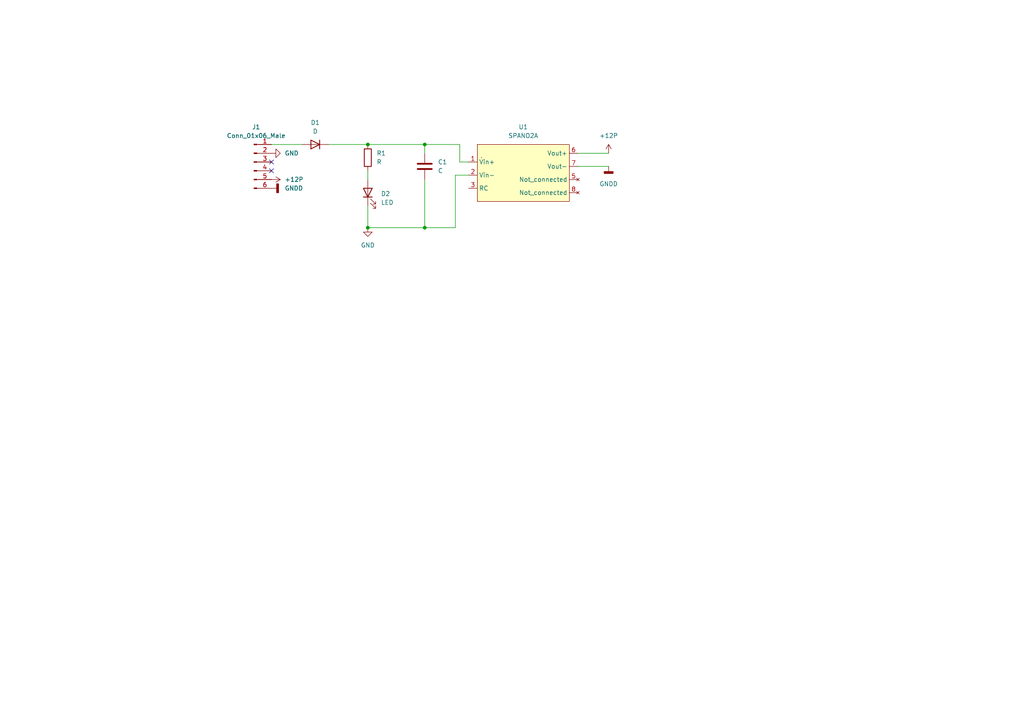
<source format=kicad_sch>
(kicad_sch (version 20211123) (generator eeschema)
  (paper "A4")
  (lib_symbols
    (symbol "Connector:Conn_01x06_Male" (pin_names (offset 1.016) hide)
      (property "Reference" "J" (at 0 7.62 0))
      (property "Value" "Conn_01x06_Male" (at 0 -10.16 0))
      (symbol "Conn_01x06_Male_1_1"
        (polyline (pts (xy 1.27 -7.62) (xy 0.8636 -7.62)) (stroke (width 0.1524)))
        (polyline (pts (xy 1.27 -5.08) (xy 0.8636 -5.08)) (stroke (width 0.1524)))
        (polyline (pts (xy 1.27 -2.54) (xy 0.8636 -2.54)) (stroke (width 0.1524)))
        (polyline (pts (xy 1.27 0) (xy 0.8636 0)) (stroke (width 0.1524)))
        (polyline (pts (xy 1.27 2.54) (xy 0.8636 2.54)) (stroke (width 0.1524)))
        (polyline (pts (xy 1.27 5.08) (xy 0.8636 5.08)) (stroke (width 0.1524)))
        (rectangle (start 0.8636 -7.493) (end 0 -7.747) (stroke (width 0.1524)) (fill (type outline)))
        (rectangle (start 0.8636 -4.953) (end 0 -5.207) (stroke (width 0.1524)) (fill (type outline)))
        (rectangle (start 0.8636 -2.413) (end 0 -2.667) (stroke (width 0.1524)) (fill (type outline)))
        (rectangle (start 0.8636 0.127) (end 0 -0.127) (stroke (width 0.1524)) (fill (type outline)))
        (rectangle (start 0.8636 2.667) (end 0 2.413) (stroke (width 0.1524)) (fill (type outline)))
        (rectangle (start 0.8636 5.207) (end 0 4.953) (stroke (width 0.1524)) (fill (type outline)))
        (pin passive line (at 5.08 5.08 180) (length 3.81) (name "Pin_1") (number "1"))
        (pin passive line (at 5.08 2.54 180) (length 3.81) (name "Pin_2") (number "2"))
        (pin passive line (at 5.08 0 180) (length 3.81) (name "Pin_3") (number "3"))
        (pin passive line (at 5.08 -2.54 180) (length 3.81) (name "Pin_4") (number "4"))
        (pin passive line (at 5.08 -5.08 180) (length 3.81) (name "Pin_5") (number "5"))
        (pin passive line (at 5.08 -7.62 180) (length 3.81) (name "Pin_6") (number "6"))
      )
    )
    (symbol "Device:C" (pin_numbers hide) (pin_names (offset 0.254))
      (property "Reference" "C" (at 0.635 2.54 0))
      (property "Value" "C" (at 0.635 -2.54 0))
      (symbol "C_0_1"
        (polyline (pts (xy -2.032 -0.762) (xy 2.032 -0.762)) (stroke (width 0.508)))
        (polyline (pts (xy -2.032 0.762) (xy 2.032 0.762)) (stroke (width 0.508)))
      )
      (symbol "C_1_1"
        (pin passive line (at 0 3.81 270) (length 2.794) (name "~") (number "1"))
        (pin passive line (at 0 -3.81 90) (length 2.794) (name "~") (number "2"))
      )
    )
    (symbol "Device:D" (pin_numbers hide) (pin_names (offset 1.016) hide)
      (property "Reference" "D" (at 0 2.54 0))
      (property "Value" "D" (at 0 -2.54 0))
      (symbol "D_0_1"
        (polyline (pts (xy -1.27 1.27) (xy -1.27 -1.27)) (stroke (width 0.254)))
        (polyline (pts (xy 1.27 0) (xy -1.27 0)))
        (polyline (pts (xy 1.27 1.27) (xy 1.27 -1.27) (xy -1.27 0) (xy 1.27 1.27)) (stroke (width 0.254)))
      )
      (symbol "D_1_1"
        (pin passive line (at -3.81 0 0) (length 2.54) (name "K") (number "1"))
        (pin passive line (at 3.81 0 180) (length 2.54) (name "A") (number "2"))
      )
    )
    (symbol "Device:LED" (pin_numbers hide) (pin_names (offset 1.016) hide)
      (property "Reference" "D" (at 0 2.54 0))
      (property "Value" "LED" (at 0 -2.54 0))
      (symbol "LED_0_1"
        (polyline (pts (xy -1.27 -1.27) (xy -1.27 1.27)) (stroke (width 0.254)))
        (polyline (pts (xy -1.27 0) (xy 1.27 0)))
        (polyline (pts (xy 1.27 -1.27) (xy 1.27 1.27) (xy -1.27 0) (xy 1.27 -1.27)) (stroke (width 0.254)))
        (polyline (pts (xy -3.048 -0.762) (xy -4.572 -2.286) (xy -3.81 -2.286) (xy -4.572 -2.286) (xy -4.572 -1.524)))
        (polyline (pts (xy -1.778 -0.762) (xy -3.302 -2.286) (xy -2.54 -2.286) (xy -3.302 -2.286) (xy -3.302 -1.524)))
      )
      (symbol "LED_1_1"
        (pin passive line (at -3.81 0 0) (length 2.54) (name "K") (number "1"))
        (pin passive line (at 3.81 0 180) (length 2.54) (name "A") (number "2"))
      )
    )
    (symbol "Device:R" (pin_numbers hide) (pin_names (offset 0))
      (property "Reference" "R" (at 2.032 0 90))
      (property "Value" "R" (at 0 0 90))
      (symbol "R_0_1"
        (rectangle (start -1.016 -2.54) (end 1.016 2.54) (stroke (width 0.254)))
      )
      (symbol "R_1_1"
        (pin passive line (at 0 3.81 270) (length 1.27) (name "~") (number "1"))
        (pin passive line (at 0 -3.81 90) (length 1.27) (name "~") (number "2"))
      )
    )
    (symbol "components:SPANO2A"
      (property "Reference" "U" (at -15.24 0 0))
      (property "Value" "SPANO2A" (at 6.35 -21.59 0))
      (symbol "SPANO2A_0_1"
        (rectangle (start -16.51 -2.54) (end 10.16 -19.05) (fill (type background)))
        (rectangle (start -15.24 -6.35) (end -15.24 -6.35))
        (rectangle (start -15.24 -6.35) (end -15.24 -6.35))
        (rectangle (start -15.24 -6.35) (end -15.24 -6.35))
        (rectangle (start -15.24 -6.35) (end -15.24 -6.35))
        (rectangle (start -15.24 -6.35) (end -15.24 -6.35))
      )
      (symbol "SPANO2A_1_1"
        (pin power_in line (at -19.05 -7.62 0) (length 2.54) (name "Vin+") (number "1"))
        (pin power_in line (at -19.05 -11.43 0) (length 2.54) (name "Vin-") (number "2"))
        (pin power_in line (at -19.05 -15.24 0) (length 2.54) (name "RC") (number "3"))
        (pin no_connect line (at 12.7 -12.7 180) (length 2.54) (name "Not_connected") (number "5"))
        (pin power_out line (at 12.7 -5.08 180) (length 2.54) (name "Vout+") (number "6"))
        (pin power_out line (at 12.7 -8.89 180) (length 2.54) (name "Vout-") (number "7"))
        (pin no_connect line (at 12.7 -16.51 180) (length 2.54) (name "Not_connected") (number "8"))
      )
    )
    (symbol "power:+12P" (power) (pin_names (offset 0))
      (property "Value" "+12P" (at 0 3.556 0))
      (symbol "+12P_0_1"
        (polyline (pts (xy -0.762 1.27) (xy 0 2.54)))
        (polyline (pts (xy 0 0) (xy 0 2.54)))
        (polyline (pts (xy 0 2.54) (xy 0.762 1.27)))
      )
      (symbol "+12P_1_1"
        (pin power_in line (at 0 0 90) (length 0) hide (name "+12P") (number "1"))
      )
    )
    (symbol "power:GND" (power) (pin_names (offset 0))
      (property "Value" "GND" (at 0 -3.81 0))
      (symbol "GND_0_1"
        (polyline (pts (xy 0 0) (xy 0 -1.27) (xy 1.27 -1.27) (xy 0 -2.54) (xy -1.27 -1.27) (xy 0 -1.27)))
      )
      (symbol "GND_1_1"
        (pin power_in line (at 0 0 270) (length 0) hide (name "GND") (number "1"))
      )
    )
    (symbol "power:GNDD" (power) (pin_names (offset 0))
      (property "Value" "GNDD" (at 0 -3.175 0))
      (symbol "GNDD_0_1"
        (rectangle (start -1.27 -1.524) (end 1.27 -2.032) (stroke (width 0.254)) (fill (type outline)))
        (polyline (pts (xy 0 0) (xy 0 -1.524)))
      )
      (symbol "GNDD_1_1"
        (pin power_in line (at 0 0 270) (length 0) hide (name "GNDD") (number "1"))
      )
    )
  )
  (junction (at 106.68 41.91))
  (junction (at 123.19 41.91))
  (junction (at 106.68 66.04))
  (junction (at 123.19 66.04))
  (no_connect (at 78.74 46.99))
  (no_connect (at 78.74 49.53))
  (wire (pts (xy 167.64 44.45) (xy 176.53 44.45)))
  (wire (pts (xy 106.68 59.69) (xy 106.68 66.04)))
  (wire (pts (xy 167.64 48.26) (xy 176.53 48.26)))
  (wire (pts (xy 78.74 41.91) (xy 87.63 41.91)))
  (wire (pts (xy 132.08 50.8) (xy 135.89 50.8)))
  (wire (pts (xy 106.68 49.53) (xy 106.68 52.07)))
  (wire (pts (xy 132.08 66.04) (xy 132.08 50.8)))
  (wire (pts (xy 123.19 41.91) (xy 106.68 41.91)))
  (wire (pts (xy 123.19 41.91) (xy 133.35 41.91)))
  (wire (pts (xy 133.35 41.91) (xy 133.35 46.99)))
  (wire (pts (xy 123.19 44.45) (xy 123.19 41.91)))
  (wire (pts (xy 123.19 66.04) (xy 123.19 52.07)))
  (wire (pts (xy 106.68 66.04) (xy 123.19 66.04)))
  (wire (pts (xy 123.19 66.04) (xy 132.08 66.04)))
  (wire (pts (xy 133.35 46.99) (xy 135.89 46.99)))
  (wire (pts (xy 95.25 41.91) (xy 106.68 41.91)))
  (symbol (lib_id "power:GND") (at 106.68 66.04 0) (unit 1)
    (property "Reference" "#PWR0104" (effects hide))
    (property "Value" "GND" (at 106.68 71.12 0))
  )
  (symbol (lib_id "power:+12P") (at 176.53 44.45 0) (unit 1)
    (property "Reference" "#PWR0105" (effects hide))
    (property "Value" "+12P" (at 176.53 39.37 0))
  )
  (symbol (lib_id "power:GND") (at 78.74 44.45 90) (unit 1)
    (property "Reference" "#PWR0102" (effects hide))
    (property "Value" "GND" (at 82.55 44.4499 90) (effects (justify right)))
  )
  (symbol (lib_id "Device:R") (at 106.68 45.72 0) (unit 1)
    (property "Reference" "R1" (at 109.22 44.4499 0) (effects (justify left)))
    (property "Value" "R" (at 109.22 46.9899 0) (effects (justify left)))
    (property "Footprint" "Resistor_SMD:R_0805_2012Metric" (effects hide))
  )
  (symbol (lib_id "Connector:Conn_01x06_Male") (at 73.66 46.99 0) (unit 1)
    (property "Reference" "J1" (at 74.295 36.83 0))
    (property "Value" "Conn_01x06_Male" (at 74.295 39.37 0))
    (property "Footprint" "Connector_Molex:Molex_Micro-Fit_3.0_43045-0612_2x03_P3.00mm_Vertical" (effects hide))
  )
  (symbol (lib_id "Device:D") (at 91.44 41.91 180) (unit 1)
    (property "Reference" "D1" (at 91.44 35.56 0))
    (property "Value" "D" (at 91.44 38.1 0))
    (property "Footprint" "Diode_SMD:D_SMA" (effects hide))
  )
  (symbol (lib_id "Device:LED") (at 106.68 55.88 90) (unit 1)
    (property "Reference" "D2" (at 110.49 56.1974 90) (effects (justify right)))
    (property "Value" "LED" (at 110.49 58.7374 90) (effects (justify right)))
    (property "Footprint" "LED_SMD:LED_0805_2012Metric" (effects hide))
  )
  (symbol (lib_id "components:SPANO2A") (at 154.94 39.37 0) (unit 1)
    (property "Reference" "U1" (at 151.765 36.83 0))
    (property "Value" "SPANO2A" (at 151.765 39.37 0))
    (property "Footprint" "component:SPAN02" (effects hide))
  )
  (symbol (lib_id "power:GNDD") (at 176.53 48.26 0) (unit 1)
    (property "Reference" "#PWR0106" (effects hide))
    (property "Value" "GNDD" (at 176.53 53.34 0))
  )
  (symbol (lib_id "power:GNDD") (at 78.74 54.61 90) (unit 1)
    (property "Reference" "#PWR0101" (effects hide))
    (property "Value" "GNDD" (at 82.55 54.6099 90) (effects (justify right)))
  )
  (symbol (lib_id "power:+12P") (at 78.74 52.07 270) (unit 1)
    (property "Reference" "#PWR0103" (effects hide))
    (property "Value" "+12P" (at 82.55 52.0699 90) (effects (justify left)))
  )
  (symbol (lib_id "Device:C") (at 123.19 48.26 0) (unit 1)
    (property "Reference" "C1" (at 127 46.9899 0) (effects (justify left)))
    (property "Value" "C" (at 127 49.5299 0) (effects (justify left)))
    (property "Footprint" "Capacitor_SMD:C_0805_2012Metric" (effects hide))
  )
)
</source>
